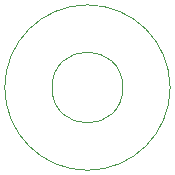
<source format=gbr>
%TF.GenerationSoftware,KiCad,Pcbnew,6.0.4-6f826c9f35~116~ubuntu18.04.1*%
%TF.CreationDate,2022-04-24T23:11:09+03:00*%
%TF.ProjectId,free_dry_electrodes_12_18,66726565-5f64-4727-995f-656c65637472,rev?*%
%TF.SameCoordinates,Original*%
%TF.FileFunction,Profile,NP*%
%FSLAX46Y46*%
G04 Gerber Fmt 4.6, Leading zero omitted, Abs format (unit mm)*
G04 Created by KiCad (PCBNEW 6.0.4-6f826c9f35~116~ubuntu18.04.1) date 2022-04-24 23:11:09*
%MOMM*%
%LPD*%
G01*
G04 APERTURE LIST*
%TA.AperFunction,Profile*%
%ADD10C,0.100000*%
%TD*%
G04 APERTURE END LIST*
D10*
X7000000Y0D02*
G75*
G03*
X7000000Y0I-7000000J0D01*
G01*
X3000000Y0D02*
G75*
G03*
X3000000Y0I-3000000J0D01*
G01*
M02*

</source>
